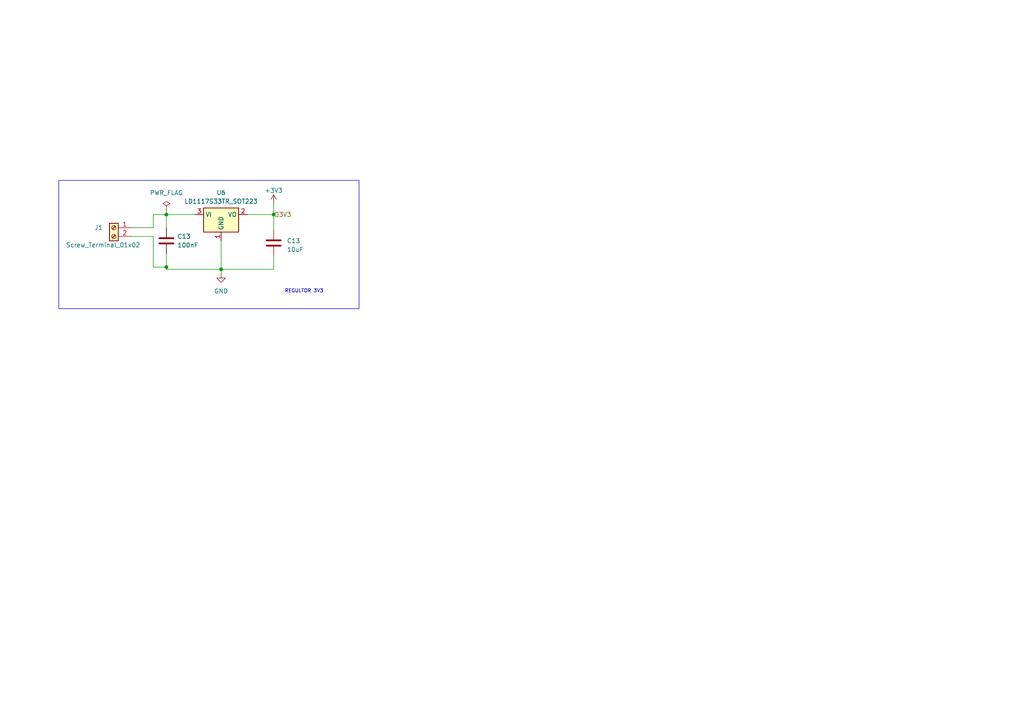
<source format=kicad_sch>
(kicad_sch (version 20230121) (generator eeschema)

  (uuid 746bc732-6b11-46b1-98c8-c99f8ba4e1cd)

  (paper "A4")

  (lib_symbols
    (symbol "Connector:Screw_Terminal_01x02" (pin_names (offset 1.016) hide) (in_bom yes) (on_board yes)
      (property "Reference" "J" (at 0 2.54 0)
        (effects (font (size 1.27 1.27)))
      )
      (property "Value" "Screw_Terminal_01x02" (at 0 -5.08 0)
        (effects (font (size 1.27 1.27)))
      )
      (property "Footprint" "" (at 0 0 0)
        (effects (font (size 1.27 1.27)) hide)
      )
      (property "Datasheet" "~" (at 0 0 0)
        (effects (font (size 1.27 1.27)) hide)
      )
      (property "ki_keywords" "screw terminal" (at 0 0 0)
        (effects (font (size 1.27 1.27)) hide)
      )
      (property "ki_description" "Generic screw terminal, single row, 01x02, script generated (kicad-library-utils/schlib/autogen/connector/)" (at 0 0 0)
        (effects (font (size 1.27 1.27)) hide)
      )
      (property "ki_fp_filters" "TerminalBlock*:*" (at 0 0 0)
        (effects (font (size 1.27 1.27)) hide)
      )
      (symbol "Screw_Terminal_01x02_1_1"
        (rectangle (start -1.27 1.27) (end 1.27 -3.81)
          (stroke (width 0.254) (type default))
          (fill (type background))
        )
        (circle (center 0 -2.54) (radius 0.635)
          (stroke (width 0.1524) (type default))
          (fill (type none))
        )
        (polyline
          (pts
            (xy -0.5334 -2.2098)
            (xy 0.3302 -3.048)
          )
          (stroke (width 0.1524) (type default))
          (fill (type none))
        )
        (polyline
          (pts
            (xy -0.5334 0.3302)
            (xy 0.3302 -0.508)
          )
          (stroke (width 0.1524) (type default))
          (fill (type none))
        )
        (polyline
          (pts
            (xy -0.3556 -2.032)
            (xy 0.508 -2.8702)
          )
          (stroke (width 0.1524) (type default))
          (fill (type none))
        )
        (polyline
          (pts
            (xy -0.3556 0.508)
            (xy 0.508 -0.3302)
          )
          (stroke (width 0.1524) (type default))
          (fill (type none))
        )
        (circle (center 0 0) (radius 0.635)
          (stroke (width 0.1524) (type default))
          (fill (type none))
        )
        (pin passive line (at -5.08 0 0) (length 3.81)
          (name "Pin_1" (effects (font (size 1.27 1.27))))
          (number "1" (effects (font (size 1.27 1.27))))
        )
        (pin passive line (at -5.08 -2.54 0) (length 3.81)
          (name "Pin_2" (effects (font (size 1.27 1.27))))
          (number "2" (effects (font (size 1.27 1.27))))
        )
      )
    )
    (symbol "Device:C" (pin_numbers hide) (pin_names (offset 0.254)) (in_bom yes) (on_board yes)
      (property "Reference" "C" (at 0.635 2.54 0)
        (effects (font (size 1.27 1.27)) (justify left))
      )
      (property "Value" "C" (at 0.635 -2.54 0)
        (effects (font (size 1.27 1.27)) (justify left))
      )
      (property "Footprint" "" (at 0.9652 -3.81 0)
        (effects (font (size 1.27 1.27)) hide)
      )
      (property "Datasheet" "~" (at 0 0 0)
        (effects (font (size 1.27 1.27)) hide)
      )
      (property "ki_keywords" "cap capacitor" (at 0 0 0)
        (effects (font (size 1.27 1.27)) hide)
      )
      (property "ki_description" "Unpolarized capacitor" (at 0 0 0)
        (effects (font (size 1.27 1.27)) hide)
      )
      (property "ki_fp_filters" "C_*" (at 0 0 0)
        (effects (font (size 1.27 1.27)) hide)
      )
      (symbol "C_0_1"
        (polyline
          (pts
            (xy -2.032 -0.762)
            (xy 2.032 -0.762)
          )
          (stroke (width 0.508) (type default))
          (fill (type none))
        )
        (polyline
          (pts
            (xy -2.032 0.762)
            (xy 2.032 0.762)
          )
          (stroke (width 0.508) (type default))
          (fill (type none))
        )
      )
      (symbol "C_1_1"
        (pin passive line (at 0 3.81 270) (length 2.794)
          (name "~" (effects (font (size 1.27 1.27))))
          (number "1" (effects (font (size 1.27 1.27))))
        )
        (pin passive line (at 0 -3.81 90) (length 2.794)
          (name "~" (effects (font (size 1.27 1.27))))
          (number "2" (effects (font (size 1.27 1.27))))
        )
      )
    )
    (symbol "Regulator_Linear:LD1117S33TR_SOT223" (in_bom yes) (on_board yes)
      (property "Reference" "U" (at -3.81 3.175 0)
        (effects (font (size 1.27 1.27)))
      )
      (property "Value" "LD1117S33TR_SOT223" (at 0 3.175 0)
        (effects (font (size 1.27 1.27)) (justify left))
      )
      (property "Footprint" "Package_TO_SOT_SMD:SOT-223-3_TabPin2" (at 0 5.08 0)
        (effects (font (size 1.27 1.27)) hide)
      )
      (property "Datasheet" "http://www.st.com/st-web-ui/static/active/en/resource/technical/document/datasheet/CD00000544.pdf" (at 2.54 -6.35 0)
        (effects (font (size 1.27 1.27)) hide)
      )
      (property "ki_keywords" "REGULATOR LDO 3.3V" (at 0 0 0)
        (effects (font (size 1.27 1.27)) hide)
      )
      (property "ki_description" "800mA Fixed Low Drop Positive Voltage Regulator, Fixed Output 3.3V, SOT-223" (at 0 0 0)
        (effects (font (size 1.27 1.27)) hide)
      )
      (property "ki_fp_filters" "SOT?223*TabPin2*" (at 0 0 0)
        (effects (font (size 1.27 1.27)) hide)
      )
      (symbol "LD1117S33TR_SOT223_0_1"
        (rectangle (start -5.08 -5.08) (end 5.08 1.905)
          (stroke (width 0.254) (type default))
          (fill (type background))
        )
      )
      (symbol "LD1117S33TR_SOT223_1_1"
        (pin power_in line (at 0 -7.62 90) (length 2.54)
          (name "GND" (effects (font (size 1.27 1.27))))
          (number "1" (effects (font (size 1.27 1.27))))
        )
        (pin power_out line (at 7.62 0 180) (length 2.54)
          (name "VO" (effects (font (size 1.27 1.27))))
          (number "2" (effects (font (size 1.27 1.27))))
        )
        (pin power_in line (at -7.62 0 0) (length 2.54)
          (name "VI" (effects (font (size 1.27 1.27))))
          (number "3" (effects (font (size 1.27 1.27))))
        )
      )
    )
    (symbol "power:+3V3" (power) (pin_names (offset 0)) (in_bom yes) (on_board yes)
      (property "Reference" "#PWR" (at 0 -3.81 0)
        (effects (font (size 1.27 1.27)) hide)
      )
      (property "Value" "+3V3" (at 0 3.556 0)
        (effects (font (size 1.27 1.27)))
      )
      (property "Footprint" "" (at 0 0 0)
        (effects (font (size 1.27 1.27)) hide)
      )
      (property "Datasheet" "" (at 0 0 0)
        (effects (font (size 1.27 1.27)) hide)
      )
      (property "ki_keywords" "global power" (at 0 0 0)
        (effects (font (size 1.27 1.27)) hide)
      )
      (property "ki_description" "Power symbol creates a global label with name \"+3V3\"" (at 0 0 0)
        (effects (font (size 1.27 1.27)) hide)
      )
      (symbol "+3V3_0_1"
        (polyline
          (pts
            (xy -0.762 1.27)
            (xy 0 2.54)
          )
          (stroke (width 0) (type default))
          (fill (type none))
        )
        (polyline
          (pts
            (xy 0 0)
            (xy 0 2.54)
          )
          (stroke (width 0) (type default))
          (fill (type none))
        )
        (polyline
          (pts
            (xy 0 2.54)
            (xy 0.762 1.27)
          )
          (stroke (width 0) (type default))
          (fill (type none))
        )
      )
      (symbol "+3V3_1_1"
        (pin power_in line (at 0 0 90) (length 0) hide
          (name "+3V3" (effects (font (size 1.27 1.27))))
          (number "1" (effects (font (size 1.27 1.27))))
        )
      )
    )
    (symbol "power:GND" (power) (pin_names (offset 0)) (in_bom yes) (on_board yes)
      (property "Reference" "#PWR" (at 0 -6.35 0)
        (effects (font (size 1.27 1.27)) hide)
      )
      (property "Value" "GND" (at 0 -3.81 0)
        (effects (font (size 1.27 1.27)))
      )
      (property "Footprint" "" (at 0 0 0)
        (effects (font (size 1.27 1.27)) hide)
      )
      (property "Datasheet" "" (at 0 0 0)
        (effects (font (size 1.27 1.27)) hide)
      )
      (property "ki_keywords" "global power" (at 0 0 0)
        (effects (font (size 1.27 1.27)) hide)
      )
      (property "ki_description" "Power symbol creates a global label with name \"GND\" , ground" (at 0 0 0)
        (effects (font (size 1.27 1.27)) hide)
      )
      (symbol "GND_0_1"
        (polyline
          (pts
            (xy 0 0)
            (xy 0 -1.27)
            (xy 1.27 -1.27)
            (xy 0 -2.54)
            (xy -1.27 -1.27)
            (xy 0 -1.27)
          )
          (stroke (width 0) (type default))
          (fill (type none))
        )
      )
      (symbol "GND_1_1"
        (pin power_in line (at 0 0 270) (length 0) hide
          (name "GND" (effects (font (size 1.27 1.27))))
          (number "1" (effects (font (size 1.27 1.27))))
        )
      )
    )
    (symbol "power:PWR_FLAG" (power) (pin_numbers hide) (pin_names (offset 0) hide) (in_bom yes) (on_board yes)
      (property "Reference" "#FLG" (at 0 1.905 0)
        (effects (font (size 1.27 1.27)) hide)
      )
      (property "Value" "PWR_FLAG" (at 0 3.81 0)
        (effects (font (size 1.27 1.27)))
      )
      (property "Footprint" "" (at 0 0 0)
        (effects (font (size 1.27 1.27)) hide)
      )
      (property "Datasheet" "~" (at 0 0 0)
        (effects (font (size 1.27 1.27)) hide)
      )
      (property "ki_keywords" "flag power" (at 0 0 0)
        (effects (font (size 1.27 1.27)) hide)
      )
      (property "ki_description" "Special symbol for telling ERC where power comes from" (at 0 0 0)
        (effects (font (size 1.27 1.27)) hide)
      )
      (symbol "PWR_FLAG_0_0"
        (pin power_out line (at 0 0 90) (length 0)
          (name "pwr" (effects (font (size 1.27 1.27))))
          (number "1" (effects (font (size 1.27 1.27))))
        )
      )
      (symbol "PWR_FLAG_0_1"
        (polyline
          (pts
            (xy 0 0)
            (xy 0 1.27)
            (xy -1.016 1.905)
            (xy 0 2.54)
            (xy 1.016 1.905)
            (xy 0 1.27)
          )
          (stroke (width 0) (type default))
          (fill (type none))
        )
      )
    )
  )

  (junction (at 48.26 77.47) (diameter 0) (color 0 0 0 0)
    (uuid 7514c2d1-c012-490a-a32b-dbeb64934a90)
  )
  (junction (at 48.26 62.23) (diameter 0) (color 0 0 0 0)
    (uuid 805013a4-add6-4474-a854-c7ed2ee4290c)
  )
  (junction (at 64.135 78.105) (diameter 0) (color 0 0 0 0)
    (uuid d1aff716-2da8-468e-80fb-8ec5a105af7a)
  )
  (junction (at 79.375 62.23) (diameter 0) (color 0 0 0 0)
    (uuid e67909b5-c257-4028-8285-288ea90acd1c)
  )

  (wire (pts (xy 44.45 66.04) (xy 44.45 62.23))
    (stroke (width 0) (type default))
    (uuid 0b1c4dd9-5ec2-421c-8804-929b01e7e3b6)
  )
  (wire (pts (xy 38.1 68.58) (xy 44.45 68.58))
    (stroke (width 0) (type default))
    (uuid 1086088d-76e2-4781-be80-40d292b68cdd)
  )
  (wire (pts (xy 48.26 77.47) (xy 48.26 78.105))
    (stroke (width 0) (type default))
    (uuid 3af57a2f-cbe3-4aa6-93a8-e2009d1d8d5a)
  )
  (wire (pts (xy 48.26 78.105) (xy 64.135 78.105))
    (stroke (width 0) (type default))
    (uuid 3d2d4d0c-8845-48e9-bc32-333220f4bfda)
  )
  (wire (pts (xy 48.26 62.23) (xy 48.26 66.04))
    (stroke (width 0) (type default))
    (uuid 4c43c395-128f-48e6-a30f-231c84b00a7e)
  )
  (wire (pts (xy 71.755 62.23) (xy 79.375 62.23))
    (stroke (width 0) (type default))
    (uuid 4d7865fb-7f6e-4032-a067-92ce8fcb5745)
  )
  (wire (pts (xy 64.135 69.85) (xy 64.135 78.105))
    (stroke (width 0) (type default))
    (uuid 54a7d3ac-8e8f-455e-b653-9124f5c98c84)
  )
  (wire (pts (xy 48.26 73.66) (xy 48.26 77.47))
    (stroke (width 0) (type default))
    (uuid 5843bbab-5048-4024-843a-be7ee22eaad2)
  )
  (wire (pts (xy 48.26 60.96) (xy 48.26 62.23))
    (stroke (width 0) (type default))
    (uuid 5d1e7497-0fd9-494b-a907-75e1fa608499)
  )
  (wire (pts (xy 79.375 59.055) (xy 79.375 62.23))
    (stroke (width 0) (type default))
    (uuid 769125d7-e6f9-45be-9e30-1863bc758dff)
  )
  (wire (pts (xy 44.45 68.58) (xy 44.45 77.47))
    (stroke (width 0) (type default))
    (uuid 7f4c5630-7b74-46eb-80bb-858187d68e94)
  )
  (wire (pts (xy 44.45 62.23) (xy 48.26 62.23))
    (stroke (width 0) (type default))
    (uuid 91b7ce98-37db-4cce-9e57-aca9a13c47d0)
  )
  (wire (pts (xy 38.1 66.04) (xy 44.45 66.04))
    (stroke (width 0) (type default))
    (uuid 97b6bc96-05ce-465d-b8b4-828694cabae6)
  )
  (wire (pts (xy 64.135 78.105) (xy 64.135 79.375))
    (stroke (width 0) (type default))
    (uuid 9edba0e8-bbf7-486b-8f6a-75cb11050417)
  )
  (wire (pts (xy 64.135 78.105) (xy 79.375 78.105))
    (stroke (width 0) (type default))
    (uuid aca61ee6-324d-497f-9046-f2b097026c5d)
  )
  (wire (pts (xy 44.45 77.47) (xy 48.26 77.47))
    (stroke (width 0) (type default))
    (uuid b09302d5-72fc-4a1a-9a4f-13329a0e1a79)
  )
  (wire (pts (xy 79.375 62.23) (xy 79.375 66.675))
    (stroke (width 0) (type default))
    (uuid bc1f2bd3-d3f6-4a7f-aea7-88bba43ae335)
  )
  (wire (pts (xy 56.515 62.23) (xy 48.26 62.23))
    (stroke (width 0) (type default))
    (uuid cf579a73-3420-4ec4-9361-d01ce4f1b1bf)
  )
  (wire (pts (xy 79.375 78.105) (xy 79.375 74.295))
    (stroke (width 0) (type default))
    (uuid d32d6124-3d58-4a33-9b3b-0c43be68b779)
  )

  (rectangle (start 17.0434 52.324) (end 104.14 89.535)
    (stroke (width 0) (type default))
    (fill (type none))
    (uuid caf09efc-5920-43eb-a3dd-4e25c949ff1d)
  )

  (text "REGULTOR 3V3" (at 82.55 85.09 0)
    (effects (font (size 1 1)) (justify left bottom))
    (uuid 6a918454-7c00-430a-86ca-982df1dc684b)
  )

  (hierarchical_label "3V3" (shape input) (at 79.375 62.23 0) (fields_autoplaced)
    (effects (font (size 1.27 1.27)) (justify left))
    (uuid 5619b6de-70bd-4b61-a347-1ac54fdbf2cb)
  )

  (symbol (lib_id "Device:C") (at 79.375 70.485 0) (unit 1)
    (in_bom yes) (on_board yes) (dnp no) (fields_autoplaced)
    (uuid 05b0971e-c4ae-4908-bf7e-a2a0773796fd)
    (property "Reference" "C13" (at 83.185 69.85 0)
      (effects (font (size 1.27 1.27)) (justify left))
    )
    (property "Value" "10uF" (at 83.185 72.39 0)
      (effects (font (size 1.27 1.27)) (justify left))
    )
    (property "Footprint" "Capacitor_SMD:C_0603_1608Metric" (at 80.3402 74.295 0)
      (effects (font (size 1.27 1.27)) hide)
    )
    (property "Datasheet" "~" (at 79.375 70.485 0)
      (effects (font (size 1.27 1.27)) hide)
    )
    (pin "1" (uuid 07423794-1703-43e7-8088-d77dedc0c54d))
    (pin "2" (uuid 0146e638-8c4e-47fb-bb6a-44e84d742643))
    (instances
      (project "multiple sheets"
        (path "/cc0151c8-0a13-4d95-9cfd-63faebbbfa44/daa51e77-1f6e-4b67-8337-c6e6fd9f5810"
          (reference "C13") (unit 1)
        )
        (path "/cc0151c8-0a13-4d95-9cfd-63faebbbfa44/3c6b550a-dbce-4674-909a-4c7b43640f50"
          (reference "C37") (unit 1)
        )
      )
      (project "2040"
        (path "/fbe462b6-4e61-46c5-8038-6c3ad8e4c987"
          (reference "C16") (unit 1)
        )
      )
    )
  )

  (symbol (lib_id "Regulator_Linear:LD1117S33TR_SOT223") (at 64.135 62.23 0) (unit 1)
    (in_bom yes) (on_board yes) (dnp no) (fields_autoplaced)
    (uuid 11a6a5b3-83b9-4926-b770-65cce6056904)
    (property "Reference" "U6" (at 64.135 55.88 0)
      (effects (font (size 1.27 1.27)))
    )
    (property "Value" "LD1117S33TR_SOT223" (at 64.135 58.42 0)
      (effects (font (size 1.27 1.27)))
    )
    (property "Footprint" "Package_TO_SOT_SMD:SOT-223-3_TabPin2" (at 64.135 57.15 0)
      (effects (font (size 1.27 1.27)) hide)
    )
    (property "Datasheet" "http://www.st.com/st-web-ui/static/active/en/resource/technical/document/datasheet/CD00000544.pdf" (at 66.675 68.58 0)
      (effects (font (size 1.27 1.27)) hide)
    )
    (pin "1" (uuid 4e8c8d6d-31d1-4081-8ae0-d0fb63d7422e))
    (pin "2" (uuid 186fa2f5-da1f-4077-b4f5-3f48e7fd466c))
    (pin "3" (uuid 378aa537-c5f4-43db-8c91-44441977b56d))
    (instances
      (project "multiple sheets"
        (path "/cc0151c8-0a13-4d95-9cfd-63faebbbfa44/3c6b550a-dbce-4674-909a-4c7b43640f50"
          (reference "U6") (unit 1)
        )
      )
    )
  )

  (symbol (lib_id "power:GND") (at 64.135 79.375 0) (unit 1)
    (in_bom yes) (on_board yes) (dnp no) (fields_autoplaced)
    (uuid 166967e5-b7d3-495a-8264-4774d311c113)
    (property "Reference" "#PWR017" (at 64.135 85.725 0)
      (effects (font (size 1.27 1.27)) hide)
    )
    (property "Value" "GND" (at 64.135 84.455 0)
      (effects (font (size 1.27 1.27)))
    )
    (property "Footprint" "" (at 64.135 79.375 0)
      (effects (font (size 1.27 1.27)) hide)
    )
    (property "Datasheet" "" (at 64.135 79.375 0)
      (effects (font (size 1.27 1.27)) hide)
    )
    (pin "1" (uuid 9e70deb4-6bb0-4123-b12f-41d413eb0709))
    (instances
      (project "multiple sheets"
        (path "/cc0151c8-0a13-4d95-9cfd-63faebbbfa44/daa51e77-1f6e-4b67-8337-c6e6fd9f5810"
          (reference "#PWR017") (unit 1)
        )
        (path "/cc0151c8-0a13-4d95-9cfd-63faebbbfa44/3c6b550a-dbce-4674-909a-4c7b43640f50"
          (reference "#PWR018") (unit 1)
        )
      )
      (project "2040"
        (path "/fbe462b6-4e61-46c5-8038-6c3ad8e4c987"
          (reference "#PWR020") (unit 1)
        )
      )
    )
  )

  (symbol (lib_id "Device:C") (at 48.26 69.85 0) (unit 1)
    (in_bom yes) (on_board yes) (dnp no) (fields_autoplaced)
    (uuid 1b24e7fb-6ea5-4e4c-87b8-1e969e893392)
    (property "Reference" "C13" (at 51.435 68.58 0)
      (effects (font (size 1.27 1.27)) (justify left))
    )
    (property "Value" "100nF" (at 51.435 71.12 0)
      (effects (font (size 1.27 1.27)) (justify left))
    )
    (property "Footprint" "Capacitor_SMD:C_0603_1608Metric" (at 49.2252 73.66 0)
      (effects (font (size 1.27 1.27)) hide)
    )
    (property "Datasheet" "~" (at 48.26 69.85 0)
      (effects (font (size 1.27 1.27)) hide)
    )
    (pin "1" (uuid f6263a28-8a17-40e0-98ff-3d1a544adbca))
    (pin "2" (uuid 089d7072-5408-437e-bbca-b0869afee6aa))
    (instances
      (project "multiple sheets"
        (path "/cc0151c8-0a13-4d95-9cfd-63faebbbfa44/daa51e77-1f6e-4b67-8337-c6e6fd9f5810"
          (reference "C13") (unit 1)
        )
        (path "/cc0151c8-0a13-4d95-9cfd-63faebbbfa44/3c6b550a-dbce-4674-909a-4c7b43640f50"
          (reference "C36") (unit 1)
        )
      )
      (project "2040"
        (path "/fbe462b6-4e61-46c5-8038-6c3ad8e4c987"
          (reference "C16") (unit 1)
        )
      )
    )
  )

  (symbol (lib_id "power:PWR_FLAG") (at 48.26 60.96 0) (unit 1)
    (in_bom yes) (on_board yes) (dnp no) (fields_autoplaced)
    (uuid 1d6a86cd-ddaa-450b-92fc-6fed9c0a2a90)
    (property "Reference" "#FLG05" (at 48.26 59.055 0)
      (effects (font (size 1.27 1.27)) hide)
    )
    (property "Value" "PWR_FLAG" (at 48.26 55.9308 0)
      (effects (font (size 1.27 1.27)))
    )
    (property "Footprint" "" (at 48.26 60.96 0)
      (effects (font (size 1.27 1.27)) hide)
    )
    (property "Datasheet" "~" (at 48.26 60.96 0)
      (effects (font (size 1.27 1.27)) hide)
    )
    (pin "1" (uuid 6decf08b-3508-4450-b78d-f2ca3585ee32))
    (instances
      (project "multiple sheets"
        (path "/cc0151c8-0a13-4d95-9cfd-63faebbbfa44/daa51e77-1f6e-4b67-8337-c6e6fd9f5810"
          (reference "#FLG05") (unit 1)
        )
        (path "/cc0151c8-0a13-4d95-9cfd-63faebbbfa44/3c6b550a-dbce-4674-909a-4c7b43640f50"
          (reference "#FLG04") (unit 1)
        )
      )
    )
  )

  (symbol (lib_id "Connector:Screw_Terminal_01x02") (at 33.02 66.04 0) (mirror y) (unit 1)
    (in_bom yes) (on_board yes) (dnp no)
    (uuid 83e576e3-1de2-4e19-99fc-6d749a2221fd)
    (property "Reference" "J1" (at 29.7942 66.04 0)
      (effects (font (size 1.27 1.27)) (justify left))
    )
    (property "Value" "Screw_Terminal_01x02" (at 40.7162 71.0692 0)
      (effects (font (size 1.27 1.27)) (justify left))
    )
    (property "Footprint" "TerminalBlock:TerminalBlock_bornier-2_P5.08mm" (at 33.02 66.04 0)
      (effects (font (size 1.27 1.27)) hide)
    )
    (property "Datasheet" "~" (at 33.02 66.04 0)
      (effects (font (size 1.27 1.27)) hide)
    )
    (pin "1" (uuid 03020766-4ffb-4762-be35-143b7bb66935))
    (pin "2" (uuid e93aa82f-7e74-47cb-be4b-dcc46714014a))
    (instances
      (project "multiple sheets"
        (path "/cc0151c8-0a13-4d95-9cfd-63faebbbfa44/3c6b550a-dbce-4674-909a-4c7b43640f50"
          (reference "J1") (unit 1)
        )
      )
    )
  )

  (symbol (lib_id "power:+3V3") (at 79.375 59.055 0) (unit 1)
    (in_bom yes) (on_board yes) (dnp no) (fields_autoplaced)
    (uuid fbaabd8c-188a-4a90-8bea-f93d6a2dc177)
    (property "Reference" "#PWR025" (at 79.375 62.865 0)
      (effects (font (size 1.27 1.27)) hide)
    )
    (property "Value" "+3V3" (at 79.375 55.245 0)
      (effects (font (size 1.27 1.27)))
    )
    (property "Footprint" "" (at 79.375 59.055 0)
      (effects (font (size 1.27 1.27)) hide)
    )
    (property "Datasheet" "" (at 79.375 59.055 0)
      (effects (font (size 1.27 1.27)) hide)
    )
    (pin "1" (uuid 2f1f1e75-c025-4d2a-92b6-cc92631551b6))
    (instances
      (project "multiple sheets"
        (path "/cc0151c8-0a13-4d95-9cfd-63faebbbfa44/daa51e77-1f6e-4b67-8337-c6e6fd9f5810"
          (reference "#PWR025") (unit 1)
        )
        (path "/cc0151c8-0a13-4d95-9cfd-63faebbbfa44/3c6b550a-dbce-4674-909a-4c7b43640f50"
          (reference "#PWR019") (unit 1)
        )
      )
      (project "2040"
        (path "/fbe462b6-4e61-46c5-8038-6c3ad8e4c987"
          (reference "#PWR021") (unit 1)
        )
      )
    )
  )
)

</source>
